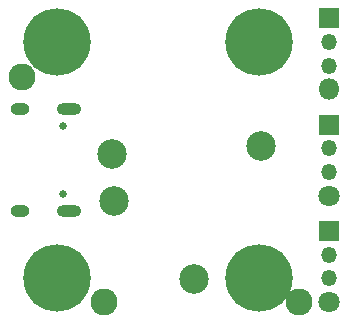
<source format=gbr>
%TF.GenerationSoftware,KiCad,Pcbnew,8.0.3*%
%TF.CreationDate,2024-07-08T02:18:10-04:00*%
%TF.ProjectId,USB-C-3-way-splitter-V4,5553422d-432d-4332-9d77-61792d73706c,rev?*%
%TF.SameCoordinates,Original*%
%TF.FileFunction,Soldermask,Bot*%
%TF.FilePolarity,Negative*%
%FSLAX46Y46*%
G04 Gerber Fmt 4.6, Leading zero omitted, Abs format (unit mm)*
G04 Created by KiCad (PCBNEW 8.0.3) date 2024-07-08 02:18:10*
%MOMM*%
%LPD*%
G01*
G04 APERTURE LIST*
%ADD10C,5.700000*%
%ADD11R,1.800000X1.800000*%
%ADD12O,1.350000X1.350000*%
%ADD13C,1.800000*%
%ADD14O,1.800000X1.800000*%
%ADD15C,2.286000*%
%ADD16C,0.650000*%
%ADD17O,2.100000X1.000000*%
%ADD18O,1.600000X1.000000*%
%ADD19C,2.500000*%
G04 APERTURE END LIST*
D10*
%TO.C,H4*%
X20100000Y-10000000D03*
%TD*%
D11*
%TO.C,J3*%
X26000000Y3000000D03*
D12*
X26000000Y1000000D03*
X26000000Y-1000000D03*
D13*
X26000000Y-3000000D03*
%TD*%
D10*
%TO.C,H2*%
X3000000Y-10000000D03*
%TD*%
D11*
%TO.C,J2*%
X26000000Y12000000D03*
D12*
X26000000Y10000000D03*
X26000000Y8000000D03*
D14*
X26000000Y6000000D03*
%TD*%
D15*
%TO.C,H7*%
X23500000Y-12000000D03*
%TD*%
%TO.C,H6*%
X7000000Y-12000000D03*
%TD*%
D10*
%TO.C,H1*%
X3000000Y10000000D03*
%TD*%
D16*
%TO.C,J1*%
X3500000Y2890000D03*
X3500000Y-2890000D03*
D17*
X4030000Y4320000D03*
D18*
X-150000Y4320000D03*
D17*
X4030000Y-4320000D03*
D18*
X-150000Y-4320000D03*
%TD*%
D10*
%TO.C,H3*%
X20100000Y10000000D03*
%TD*%
D11*
%TO.C,J4*%
X26000000Y-6000000D03*
D12*
X26000000Y-8000000D03*
X26000000Y-10000000D03*
D13*
X26000000Y-12000000D03*
%TD*%
D15*
%TO.C,H5*%
X0Y7000000D03*
%TD*%
D19*
%TO.C,TP4*%
X14550000Y-10050000D03*
%TD*%
%TO.C,TP2*%
X7800000Y-3500000D03*
%TD*%
%TO.C,TP3*%
X20250000Y1150000D03*
%TD*%
%TO.C,TP1*%
X7600000Y500000D03*
%TD*%
M02*

</source>
